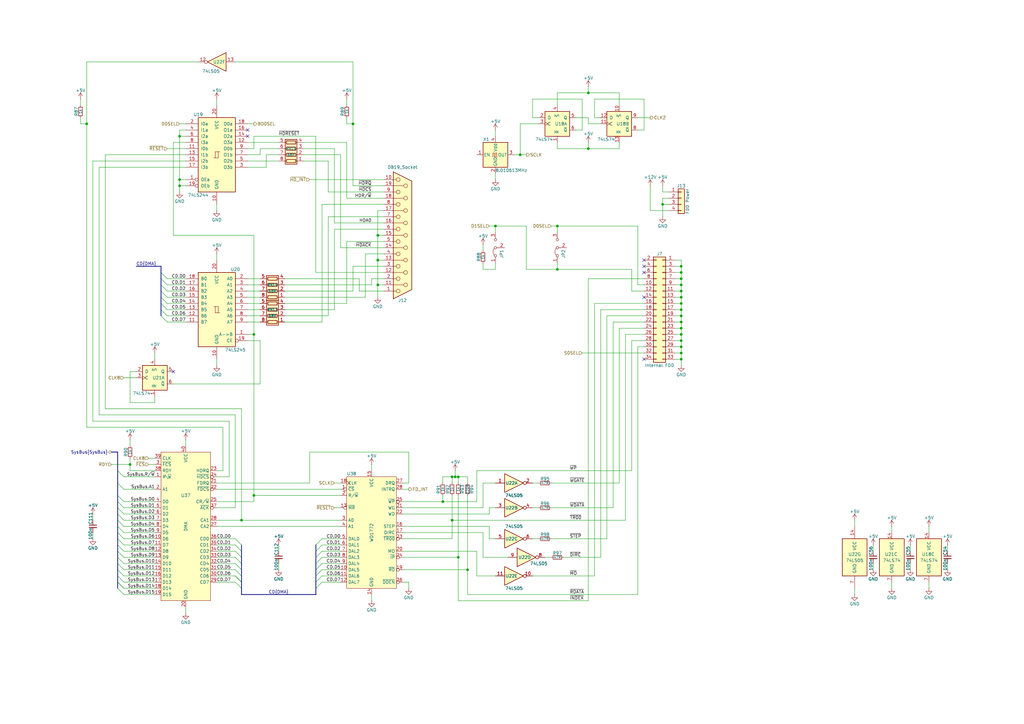
<source format=kicad_sch>
(kicad_sch (version 20250114) (generator "eeschema") (generator_version "9.0")
  (paper "A3")
  (junction (at 186.69 195.58))
  (junction (at 185.42 213.36))
  (junction (at 279.4 119.38))
  (junction (at 185.42 195.58))
  (junction (at 154.94 96.52))
  (junction (at 73.66 73.66))
  (junction (at 279.4 139.7))
  (junction (at 144.78 50.8))
  (junction (at 279.4 111.76))
  (junction (at 279.4 137.16))
  (junction (at 104.14 137.16))
  (junction (at 279.4 132.08))
  (junction (at 154.94 106.68))
  (junction (at 279.4 127))
  (junction (at 279.4 109.22))
  (junction (at 279.4 129.54))
  (junction (at 279.4 121.92))
  (junction (at 279.4 114.3))
  (junction (at 228.6 110.49))
  (junction (at 279.4 116.84))
  (junction (at 154.94 116.84))
  (junction (at 203.2 92.71))
  (junction (at 213.36 63.5))
  (junction (at 35.56 50.8))
  (junction (at 279.4 144.78))
  (junction (at 53.34 190.5))
  (junction (at 104.14 203.2))
  (junction (at 279.4 147.32))
  (junction (at 187.96 228.6))
  (junction (at 241.3 60.96))
  (junction (at 241.3 38.1))
  (junction (at 279.4 124.46))
  (junction (at 99.06 213.36))
  (junction (at 279.4 134.62))
  (junction (at 181.61 205.74))
  (junction (at 187.96 195.58))
  (junction (at 228.6 92.71))
  (junction (at 191.77 233.68))
  (junction (at 73.66 76.2))
  (junction (at 73.66 55.88))
  (junction (at 279.4 142.24))
  (junction (at 271.78 83.82))
  (no_connect (at 264.16 111.76))
  (no_connect (at 71.12 152.4))
  (no_connect (at 101.6 55.88))
  (no_connect (at 264.16 121.92))
  (no_connect (at 264.16 106.68))
  (no_connect (at 264.16 147.32))
  (no_connect (at 264.16 109.22))
  (no_connect (at 101.6 53.34))
  (bus_entry (at 48.26 236.22) (size 2.54 2.54))
  (bus_entry (at 66.04 111.76) (size 2.54 2.54))
  (bus_entry (at 48.26 241.3) (size 2.54 2.54))
  (bus_entry (at 96.52 223.52) (size 2.54 2.54))
  (bus_entry (at 48.26 210.82) (size 2.54 2.54))
  (bus_entry (at 48.26 205.74) (size 2.54 2.54))
  (bus_entry (at 48.26 198.12) (size 2.54 2.54))
  (bus_entry (at 48.26 238.76) (size 2.54 2.54))
  (bus_entry (at 48.26 238.76) (size 2.54 2.54))
  (bus_entry (at 48.26 213.36) (size 2.54 2.54))
  (bus_entry (at 129.54 231.14) (size 2.54 -2.54))
  (bus_entry (at 48.26 233.68) (size 2.54 2.54))
  (bus_entry (at 96.52 228.6) (size 2.54 2.54))
  (bus_entry (at 129.54 233.68) (size 2.54 -2.54))
  (bus_entry (at 48.26 193.04) (size 2.54 2.54))
  (bus_entry (at 48.26 228.6) (size 2.54 2.54))
  (bus_entry (at 48.26 208.28) (size 2.54 2.54))
  (bus_entry (at 129.54 226.06) (size 2.54 -2.54))
  (bus_entry (at 96.52 238.76) (size 2.54 2.54))
  (bus_entry (at 66.04 116.84) (size 2.54 2.54))
  (bus_entry (at 48.26 215.9) (size 2.54 2.54))
  (bus_entry (at 66.04 129.54) (size 2.54 2.54))
  (bus_entry (at 66.04 114.3) (size 2.54 2.54))
  (bus_entry (at 48.26 218.44) (size 2.54 2.54))
  (bus_entry (at 129.54 241.3) (size 2.54 -2.54))
  (bus_entry (at 66.04 124.46) (size 2.54 2.54))
  (bus_entry (at 48.26 220.98) (size 2.54 2.54))
  (bus_entry (at 96.52 236.22) (size 2.54 2.54))
  (bus_entry (at 96.52 220.98) (size 2.54 2.54))
  (bus_entry (at 48.26 223.52) (size 2.54 2.54))
  (bus_entry (at 96.52 233.68) (size 2.54 2.54))
  (bus_entry (at 66.04 121.92) (size 2.54 2.54))
  (bus_entry (at 66.04 119.38) (size 2.54 2.54))
  (bus_entry (at 96.52 226.06) (size 2.54 2.54))
  (bus_entry (at 96.52 236.22) (size 2.54 2.54))
  (bus_entry (at 48.26 203.2) (size 2.54 2.54))
  (bus_entry (at 129.54 236.22) (size 2.54 -2.54))
  (bus_entry (at 66.04 127) (size 2.54 2.54))
  (bus_entry (at 96.52 231.14) (size 2.54 2.54))
  (bus_entry (at 129.54 228.6) (size 2.54 -2.54))
  (bus_entry (at 129.54 223.52) (size 2.54 -2.54))
  (bus_entry (at 129.54 238.76) (size 2.54 -2.54))
  (bus_entry (at 48.26 226.06) (size 2.54 2.54))
  (bus_entry (at 48.26 231.14) (size 2.54 2.54))
  (wire (pts (xy 200.66 92.71) (xy 203.2 92.71)))
  (wire (pts (xy 226.06 92.71) (xy 228.6 92.71)))
  (wire (pts (xy 152.4 114.3) (xy 152.4 116.84)))
  (wire (pts (xy 165.1 220.98) (xy 185.42 220.98)))
  (wire (pts (xy 261.62 116.84) (xy 264.16 116.84)))
  (bus (pts (xy 99.06 233.68) (xy 99.06 231.14)))
  (wire (pts (xy 38.1 66.04) (xy 76.2 66.04)))
  (wire (pts (xy 68.58 129.54) (xy 76.2 129.54)))
  (wire (pts (xy 185.42 213.36) (xy 185.42 203.2)))
  (wire (pts (xy 76.2 55.88) (xy 73.66 55.88)))
  (wire (pts (xy 228.6 58.42) (xy 228.6 60.96)))
  (wire (pts (xy 50.8 233.68) (xy 63.5 233.68)))
  (wire (pts (xy 144.78 76.2) (xy 144.78 50.8)))
  (wire (pts (xy 218.44 220.98) (xy 220.98 220.98)))
  (wire (pts (xy 256.54 213.36) (xy 256.54 137.16)))
  (bus (pts (xy 48.26 208.28) (xy 48.26 210.82)))
  (wire (pts (xy 213.36 50.8) (xy 213.36 63.5)))
  (wire (pts (xy 142.24 40.64) (xy 142.24 43.18)))
  (wire (pts (xy 191.77 233.68) (xy 191.77 203.2)))
  (bus (pts (xy 48.26 215.9) (xy 48.26 218.44)))
  (wire (pts (xy 165.1 198.12) (xy 167.64 198.12)))
  (wire (pts (xy 218.44 198.12) (xy 220.98 198.12)))
  (wire (pts (xy 279.4 147.32) (xy 279.4 144.78)))
  (wire (pts (xy 73.66 53.34) (xy 73.66 55.88)))
  (wire (pts (xy 279.4 139.7) (xy 279.4 137.16)))
  (wire (pts (xy 132.08 220.98) (xy 139.7 220.98)))
  (wire (pts (xy 60.96 187.96) (xy 63.5 187.96)))
  (wire (pts (xy 165.1 215.9) (xy 200.66 215.9)))
  (wire (pts (xy 88.9 223.52) (xy 96.52 223.52)))
  (wire (pts (xy 76.2 63.5) (xy 43.18 63.5)))
  (wire (pts (xy 198.12 198.12) (xy 203.2 198.12)))
  (wire (pts (xy 35.56 25.4) (xy 35.56 50.8)))
  (wire (pts (xy 254 43.18) (xy 254 38.1)))
  (wire (pts (xy 50.8 231.14) (xy 63.5 231.14)))
  (wire (pts (xy 259.08 110.49) (xy 228.6 110.49)))
  (wire (pts (xy 137.16 93.98) (xy 157.48 93.98)))
  (wire (pts (xy 147.32 114.3) (xy 147.32 119.38)))
  (wire (pts (xy 68.58 119.38) (xy 76.2 119.38)))
  (wire (pts (xy 152.4 243.84) (xy 152.4 246.38)))
  (wire (pts (xy 271.78 83.82) (xy 274.32 83.82)))
  (wire (pts (xy 198.12 107.95) (xy 198.12 110.49)))
  (wire (pts (xy 88.9 195.58) (xy 93.98 195.58)))
  (wire (pts (xy 261.62 243.84) (xy 191.77 243.84)))
  (wire (pts (xy 200.66 210.82) (xy 165.1 210.82)))
  (wire (pts (xy 132.08 236.22) (xy 139.7 236.22)))
  (wire (pts (xy 106.68 139.7) (xy 106.68 157.48)))
  (wire (pts (xy 104.14 55.88) (xy 129.54 55.88)))
  (wire (pts (xy 68.58 132.08) (xy 76.2 132.08)))
  (bus (pts (xy 129.54 236.22) (xy 129.54 238.76)))
  (wire (pts (xy 157.48 114.3) (xy 152.4 114.3)))
  (wire (pts (xy 157.48 91.44) (xy 137.16 91.44)))
  (wire (pts (xy 264.16 142.24) (xy 261.62 142.24)))
  (wire (pts (xy 73.66 55.88) (xy 73.66 73.66)))
  (wire (pts (xy 96.52 170.18) (xy 96.52 208.28)))
  (wire (pts (xy 139.7 63.5) (xy 139.7 101.6)))
  (bus (pts (xy 66.04 124.46) (xy 66.04 127)))
  (wire (pts (xy 236.22 48.26) (xy 241.3 48.26)))
  (wire (pts (xy 76.2 73.66) (xy 73.66 73.66)))
  (wire (pts (xy 203.2 53.34) (xy 203.2 55.88)))
  (wire (pts (xy 185.42 220.98) (xy 185.42 213.36)))
  (wire (pts (xy 165.1 228.6) (xy 187.96 228.6)))
  (wire (pts (xy 256.54 137.16) (xy 264.16 137.16)))
  (wire (pts (xy 88.9 215.9) (xy 139.7 215.9)))
  (wire (pts (xy 60.96 190.5) (xy 63.5 190.5)))
  (wire (pts (xy 134.62 129.54) (xy 134.62 88.9)))
  (wire (pts (xy 88.9 104.14) (xy 88.9 106.68)))
  (wire (pts (xy 181.61 203.2) (xy 181.61 205.74)))
  (wire (pts (xy 101.6 119.38) (xy 106.68 119.38)))
  (wire (pts (xy 228.6 60.96) (xy 241.3 60.96)))
  (wire (pts (xy 226.06 198.12) (xy 254 198.12)))
  (wire (pts (xy 200.66 220.98) (xy 203.2 220.98)))
  (wire (pts (xy 167.64 238.76) (xy 165.1 238.76)))
  (bus (pts (xy 66.04 121.92) (xy 66.04 124.46)))
  (wire (pts (xy 50.8 218.44) (xy 63.5 218.44)))
  (wire (pts (xy 154.94 96.52) (xy 154.94 106.68)))
  (wire (pts (xy 68.58 121.92) (xy 76.2 121.92)))
  (wire (pts (xy 195.58 226.06) (xy 195.58 236.22)))
  (wire (pts (xy 101.6 116.84) (xy 106.68 116.84)))
  (wire (pts (xy 228.6 92.71) (xy 228.6 95.25)))
  (wire (pts (xy 165.1 226.06) (xy 195.58 226.06)))
  (wire (pts (xy 261.62 53.34) (xy 264.16 53.34)))
  (wire (pts (xy 238.76 53.34) (xy 238.76 40.64)))
  (wire (pts (xy 101.6 50.8) (xy 104.14 50.8)))
  (wire (pts (xy 101.6 139.7) (xy 106.68 139.7)))
  (wire (pts (xy 38.1 210.82) (xy 38.1 213.36)))
  (wire (pts (xy 259.08 110.49) (xy 259.08 119.38)))
  (wire (pts (xy 279.4 116.84) (xy 276.86 116.84)))
  (bus (pts (xy 99.06 228.6) (xy 99.06 226.06)))
  (wire (pts (xy 365.76 215.9) (xy 365.76 218.44)))
  (wire (pts (xy 88.9 147.32) (xy 88.9 149.86)))
  (wire (pts (xy 88.9 40.64) (xy 88.9 43.18)))
  (wire (pts (xy 198.12 208.28) (xy 198.12 198.12)))
  (wire (pts (xy 165.1 218.44) (xy 198.12 218.44)))
  (wire (pts (xy 63.5 193.04) (xy 53.34 193.04)))
  (bus (pts (xy 129.54 231.14) (xy 129.54 233.68)))
  (bus (pts (xy 48.26 231.14) (xy 48.26 233.68)))
  (wire (pts (xy 218.44 40.64) (xy 218.44 48.26)))
  (wire (pts (xy 279.4 137.16) (xy 276.86 137.16)))
  (wire (pts (xy 241.3 114.3) (xy 264.16 114.3)))
  (wire (pts (xy 266.7 86.36) (xy 274.32 86.36)))
  (bus (pts (xy 66.04 116.84) (xy 66.04 119.38)))
  (wire (pts (xy 228.6 43.18) (xy 228.6 38.1)))
  (wire (pts (xy 88.9 238.76) (xy 96.52 238.76)))
  (bus (pts (xy 48.26 220.98) (xy 48.26 223.52)))
  (bus (pts (xy 129.54 241.3) (xy 129.54 243.84)))
  (wire (pts (xy 279.4 127) (xy 279.4 124.46)))
  (wire (pts (xy 198.12 100.33) (xy 198.12 102.87)))
  (bus (pts (xy 99.06 243.84) (xy 99.06 241.3)))
  (wire (pts (xy 276.86 134.62) (xy 279.4 134.62)))
  (wire (pts (xy 373.38 231.14) (xy 373.38 233.68)))
  (wire (pts (xy 45.72 190.5) (xy 53.34 190.5)))
  (wire (pts (xy 157.48 106.68) (xy 154.94 106.68)))
  (wire (pts (xy 248.92 220.98) (xy 248.92 129.54)))
  (bus (pts (xy 129.54 233.68) (xy 129.54 236.22)))
  (wire (pts (xy 251.46 208.28) (xy 251.46 132.08)))
  (wire (pts (xy 93.98 172.72) (xy 38.1 172.72)))
  (wire (pts (xy 243.84 48.26) (xy 246.38 48.26)))
  (bus (pts (xy 48.26 205.74) (xy 48.26 208.28)))
  (wire (pts (xy 101.6 63.5) (xy 106.68 63.5)))
  (wire (pts (xy 91.44 175.26) (xy 91.44 193.04)))
  (wire (pts (xy 167.64 241.3) (xy 167.64 238.76)))
  (bus (pts (xy 129.54 228.6) (xy 129.54 231.14)))
  (wire (pts (xy 187.96 195.58) (xy 187.96 198.12)))
  (wire (pts (xy 104.14 203.2) (xy 104.14 205.74)))
  (wire (pts (xy 127 185.42) (xy 127 198.12)))
  (wire (pts (xy 50.8 215.9) (xy 63.5 215.9)))
  (wire (pts (xy 104.14 203.2) (xy 139.7 203.2)))
  (wire (pts (xy 276.86 129.54) (xy 279.4 129.54)))
  (bus (pts (xy 66.04 127) (xy 66.04 129.54)))
  (wire (pts (xy 198.12 110.49) (xy 203.2 110.49)))
  (wire (pts (xy 218.44 48.26) (xy 220.98 48.26)))
  (wire (pts (xy 99.06 213.36) (xy 139.7 213.36)))
  (wire (pts (xy 127 73.66) (xy 157.48 73.66)))
  (wire (pts (xy 88.9 193.04) (xy 91.44 193.04)))
  (wire (pts (xy 381 238.76) (xy 381 241.3)))
  (wire (pts (xy 271.78 81.28) (xy 274.32 81.28)))
  (bus (pts (xy 48.26 193.04) (xy 48.26 198.12)))
  (bus (pts (xy 66.04 109.22) (xy 66.04 111.76)))
  (bus (pts (xy 99.06 223.52) (xy 99.06 226.06)))
  (wire (pts (xy 71.12 96.52) (xy 71.12 58.42)))
  (wire (pts (xy 246.38 127) (xy 264.16 127)))
  (wire (pts (xy 134.62 66.04) (xy 134.62 78.74)))
  (wire (pts (xy 165.1 233.68) (xy 191.77 233.68)))
  (wire (pts (xy 142.24 99.06) (xy 142.24 124.46)))
  (wire (pts (xy 127 198.12) (xy 88.9 198.12)))
  (wire (pts (xy 38.1 218.44) (xy 38.1 220.98)))
  (wire (pts (xy 96.52 233.68) (xy 88.9 233.68)))
  (wire (pts (xy 101.6 132.08) (xy 106.68 132.08)))
  (wire (pts (xy 50.8 238.76) (xy 63.5 238.76)))
  (wire (pts (xy 50.8 195.58) (xy 63.5 195.58)))
  (wire (pts (xy 53.34 190.5) (xy 53.34 193.04)))
  (wire (pts (xy 101.6 127) (xy 106.68 127)))
  (wire (pts (xy 165.1 205.74) (xy 181.61 205.74)))
  (wire (pts (xy 157.48 111.76) (xy 129.54 111.76)))
  (wire (pts (xy 185.42 195.58) (xy 185.42 198.12)))
  (wire (pts (xy 101.6 124.46) (xy 106.68 124.46)))
  (wire (pts (xy 181.61 195.58) (xy 185.42 195.58)))
  (wire (pts (xy 276.86 109.22) (xy 279.4 109.22)))
  (wire (pts (xy 68.58 124.46) (xy 76.2 124.46)))
  (bus (pts (xy 48.26 213.36) (xy 48.26 215.9)))
  (wire (pts (xy 228.6 38.1) (xy 241.3 38.1)))
  (wire (pts (xy 154.94 86.36) (xy 154.94 96.52)))
  (wire (pts (xy 243.84 124.46) (xy 264.16 124.46)))
  (wire (pts (xy 165.1 200.66) (xy 167.64 200.66)))
  (wire (pts (xy 68.58 127) (xy 76.2 127)))
  (bus (pts (xy 48.26 228.6) (xy 48.26 231.14)))
  (wire (pts (xy 137.16 127) (xy 137.16 93.98)))
  (wire (pts (xy 254 58.42) (xy 254 60.96)))
  (bus (pts (xy 99.06 231.14) (xy 99.06 228.6)))
  (wire (pts (xy 101.6 68.58) (xy 109.22 68.58)))
  (bus (pts (xy 66.04 111.76) (xy 66.04 114.3)))
  (wire (pts (xy 137.16 208.28) (xy 139.7 208.28)))
  (wire (pts (xy 215.9 92.71) (xy 203.2 92.71)))
  (bus (pts (xy 48.26 185.42) (xy 48.26 193.04)))
  (wire (pts (xy 132.08 132.08) (xy 132.08 83.82)))
  (wire (pts (xy 50.8 236.22) (xy 63.5 236.22)))
  (wire (pts (xy 144.78 119.38) (xy 144.78 109.22)))
  (wire (pts (xy 40.64 170.18) (xy 40.64 68.58)))
  (wire (pts (xy 236.22 53.34) (xy 238.76 53.34)))
  (wire (pts (xy 200.66 208.28) (xy 200.66 210.82)))
  (wire (pts (xy 116.84 121.92) (xy 149.86 121.92)))
  (wire (pts (xy 246.38 228.6) (xy 246.38 127)))
  (wire (pts (xy 50.8 200.66) (xy 63.5 200.66)))
  (wire (pts (xy 358.14 223.52) (xy 358.14 226.06)))
  (wire (pts (xy 350.52 241.3) (xy 350.52 243.84)))
  (wire (pts (xy 195.58 193.04) (xy 259.08 193.04)))
  (wire (pts (xy 261.62 92.71) (xy 228.6 92.71)))
  (wire (pts (xy 241.3 38.1) (xy 241.3 35.56)))
  (wire (pts (xy 167.64 198.12) (xy 167.64 185.42)))
  (wire (pts (xy 198.12 228.6) (xy 208.28 228.6)))
  (wire (pts (xy 226.06 220.98) (xy 248.92 220.98)))
  (wire (pts (xy 33.02 48.26) (xy 33.02 50.8)))
  (wire (pts (xy 157.48 96.52) (xy 154.94 96.52)))
  (wire (pts (xy 266.7 76.2) (xy 266.7 86.36)))
  (wire (pts (xy 53.34 180.34) (xy 53.34 182.88)))
  (bus (pts (xy 48.26 203.2) (xy 48.26 205.74)))
  (wire (pts (xy 276.86 132.08) (xy 279.4 132.08)))
  (bus (pts (xy 48.26 185.42) (xy 45.72 185.42)))
  (wire (pts (xy 50.8 226.06) (xy 63.5 226.06)))
  (wire (pts (xy 99.06 167.64) (xy 99.06 213.36)))
  (wire (pts (xy 76.2 76.2) (xy 73.66 76.2)))
  (wire (pts (xy 132.08 83.82) (xy 157.48 83.82)))
  (wire (pts (xy 198.12 218.44) (xy 198.12 228.6)))
  (wire (pts (xy 203.2 71.12) (xy 203.2 73.66)))
  (wire (pts (xy 238.76 144.78) (xy 264.16 144.78)))
  (wire (pts (xy 200.66 208.28) (xy 203.2 208.28)))
  (wire (pts (xy 50.8 220.98) (xy 63.5 220.98)))
  (wire (pts (xy 152.4 190.5) (xy 152.4 193.04)))
  (wire (pts (xy 279.4 127) (xy 276.86 127)))
  (wire (pts (xy 279.4 132.08) (xy 279.4 129.54)))
  (wire (pts (xy 114.3 223.52) (xy 114.3 226.06)))
  (wire (pts (xy 106.68 60.96) (xy 114.3 60.96)))
  (wire (pts (xy 134.62 78.74) (xy 157.48 78.74)))
  (wire (pts (xy 210.82 63.5) (xy 213.36 63.5)))
  (bus (pts (xy 48.26 218.44) (xy 48.26 220.98)))
  (wire (pts (xy 157.48 99.06) (xy 142.24 99.06)))
  (wire (pts (xy 279.4 111.76) (xy 279.4 109.22)))
  (bus (pts (xy 48.26 226.06) (xy 48.26 228.6)))
  (wire (pts (xy 144.78 25.4) (xy 96.52 25.4)))
  (wire (pts (xy 226.06 208.28) (xy 251.46 208.28)))
  (wire (pts (xy 186.69 195.58) (xy 186.69 193.04)))
  (wire (pts (xy 73.66 73.66) (xy 73.66 76.2)))
  (wire (pts (xy 142.24 50.8) (xy 144.78 50.8)))
  (wire (pts (xy 279.4 134.62) (xy 279.4 132.08)))
  (wire (pts (xy 223.52 228.6) (xy 226.06 228.6)))
  (wire (pts (xy 76.2 53.34) (xy 73.66 53.34)))
  (wire (pts (xy 43.18 167.64) (xy 99.06 167.64)))
  (wire (pts (xy 137.16 198.12) (xy 139.7 198.12)))
  (wire (pts (xy 276.86 144.78) (xy 279.4 144.78)))
  (wire (pts (xy 88.9 220.98) (xy 96.52 220.98)))
  (wire (pts (xy 63.5 165.1) (xy 63.5 162.56)))
  (wire (pts (xy 73.66 76.2) (xy 73.66 78.74)))
  (wire (pts (xy 101.6 66.04) (xy 114.3 66.04)))
  (wire (pts (xy 142.24 124.46) (xy 116.84 124.46)))
  (bus (pts (xy 48.26 223.52) (xy 48.26 226.06)))
  (wire (pts (xy 218.44 208.28) (xy 220.98 208.28)))
  (bus (pts (xy 99.06 241.3) (xy 99.06 238.76)))
  (bus (pts (xy 129.54 238.76) (xy 129.54 241.3)))
  (bus (pts (xy 66.04 119.38) (xy 66.04 121.92)))
  (wire (pts (xy 50.8 228.6) (xy 63.5 228.6)))
  (wire (pts (xy 104.14 96.52) (xy 104.14 137.16)))
  (wire (pts (xy 276.86 111.76) (xy 279.4 111.76)))
  (wire (pts (xy 279.4 144.78) (xy 279.4 142.24)))
  (wire (pts (xy 279.4 114.3) (xy 279.4 111.76)))
  (bus (pts (xy 48.26 238.76) (xy 48.26 241.3)))
  (wire (pts (xy 203.2 110.49) (xy 203.2 107.95)))
  (wire (pts (xy 50.8 154.94) (xy 55.88 154.94)))
  (wire (pts (xy 88.9 226.06) (xy 96.52 226.06)))
  (wire (pts (xy 96.52 170.18) (xy 40.64 170.18)))
  (wire (pts (xy 43.18 63.5) (xy 43.18 167.64)))
  (wire (pts (xy 276.86 114.3) (xy 279.4 114.3)))
  (bus (pts (xy 99.06 238.76) (xy 99.06 236.22)))
  (wire (pts (xy 264.16 134.62) (xy 254 134.62)))
  (wire (pts (xy 254 134.62) (xy 254 198.12)))
  (wire (pts (xy 114.3 231.14) (xy 114.3 233.68)))
  (wire (pts (xy 238.76 40.64) (xy 218.44 40.64)))
  (wire (pts (xy 116.84 129.54) (xy 134.62 129.54)))
  (wire (pts (xy 228.6 107.95) (xy 228.6 110.49)))
  (wire (pts (xy 40.64 68.58) (xy 76.2 68.58)))
  (wire (pts (xy 243.84 236.22) (xy 243.84 124.46)))
  (wire (pts (xy 191.77 198.12) (xy 191.77 195.58)))
  (wire (pts (xy 187.96 246.38) (xy 241.3 246.38)))
  (wire (pts (xy 373.38 223.52) (xy 373.38 226.06)))
  (wire (pts (xy 149.86 104.14) (xy 157.48 104.14)))
  (wire (pts (xy 93.98 172.72) (xy 93.98 195.58)))
  (wire (pts (xy 124.46 60.96) (xy 137.16 60.96)))
  (wire (pts (xy 185.42 195.58) (xy 186.69 195.58)))
  (wire (pts (xy 71.12 157.48) (xy 106.68 157.48)))
  (wire (pts (xy 191.77 233.68) (xy 191.77 243.84)))
  (wire (pts (xy 88.9 208.28) (xy 96.52 208.28)))
  (wire (pts (xy 68.58 116.84) (xy 76.2 116.84)))
  (wire (pts (xy 154.94 116.84) (xy 157.48 116.84)))
  (wire (pts (xy 124.46 66.04) (xy 134.62 66.04)))
  (wire (pts (xy 241.3 48.26) (xy 241.3 50.8)))
  (wire (pts (xy 241.3 60.96) (xy 254 60.96)))
  (wire (pts (xy 63.5 144.78) (xy 63.5 147.32)))
  (wire (pts (xy 264.16 119.38) (xy 259.08 119.38)))
  (wire (pts (xy 101.6 60.96) (xy 104.14 60.96)))
  (wire (pts (xy 279.4 137.16) (xy 279.4 134.62)))
  (wire (pts (xy 53.34 187.96) (xy 53.34 190.5)))
  (wire (pts (xy 134.62 88.9) (xy 157.48 88.9)))
  (wire (pts (xy 254 38.1) (xy 241.3 38.1)))
  (wire (pts (xy 132.08 228.6) (xy 139.7 228.6)))
  (wire (pts (xy 50.8 243.84) (xy 63.5 243.84)))
  (wire (pts (xy 241.3 58.42) (xy 241.3 60.96)))
  (wire (pts (xy 213.36 63.5) (xy 215.9 63.5)))
  (wire (pts (xy 243.84 40.64) (xy 243.84 48.26)))
  (wire (pts (xy 101.6 58.42) (xy 114.3 58.42)))
  (wire (pts (xy 104.14 205.74) (xy 88.9 205.74)))
  (bus (pts (xy 99.06 233.68) (xy 99.06 236.22)))
  (wire (pts (xy 38.1 172.72) (xy 38.1 66.04)))
  (wire (pts (xy 101.6 121.92) (xy 106.68 121.92)))
  (wire (pts (xy 276.86 121.92) (xy 279.4 121.92)))
  (wire (pts (xy 104.14 137.16) (xy 104.14 203.2)))
  (wire (pts (xy 279.4 106.68) (xy 276.86 106.68)))
  (wire (pts (xy 381 215.9) (xy 381 218.44)))
  (wire (pts (xy 76.2 248.92) (xy 76.2 251.46)))
  (wire (pts (xy 68.58 114.3) (xy 76.2 114.3)))
  (bus (pts (xy 48.26 233.68) (xy 48.26 236.22)))
  (wire (pts (xy 279.4 119.38) (xy 279.4 116.84)))
  (wire (pts (xy 55.88 152.4) (xy 53.34 152.4)))
  (wire (pts (xy 144.78 50.8) (xy 144.78 25.4)))
  (wire (pts (xy 101.6 114.3) (xy 106.68 114.3)))
  (wire (pts (xy 271.78 76.2) (xy 271.78 78.74)))
  (wire (pts (xy 154.94 106.68) (xy 154.94 116.84)))
  (wire (pts (xy 109.22 63.5) (xy 114.3 63.5)))
  (bus (pts (xy 48.26 210.82) (xy 48.26 213.36)))
  (bus (pts (xy 66.04 109.22) (xy 55.88 109.22)))
  (wire (pts (xy 147.32 119.38) (xy 157.48 119.38)))
  (wire (pts (xy 167.64 185.42) (xy 127 185.42)))
  (wire (pts (xy 358.14 231.14) (xy 358.14 233.68)))
  (wire (pts (xy 276.86 119.38) (xy 279.4 119.38)))
  (wire (pts (xy 251.46 132.08) (xy 264.16 132.08)))
  (wire (pts (xy 157.48 81.28) (xy 142.24 81.28)))
  (bus (pts (xy 99.06 243.84) (xy 129.54 243.84)))
  (wire (pts (xy 165.1 208.28) (xy 198.12 208.28)))
  (wire (pts (xy 279.4 121.92) (xy 279.4 119.38)))
  (bus (pts (xy 129.54 223.52) (xy 129.54 226.06)))
  (wire (pts (xy 50.8 205.74) (xy 63.5 205.74)))
  (wire (pts (xy 139.7 101.6) (xy 157.48 101.6)))
  (wire (pts (xy 76.2 180.34) (xy 76.2 182.88)))
  (wire (pts (xy 279.4 142.24) (xy 279.4 139.7)))
  (wire (pts (xy 50.8 208.28) (xy 63.5 208.28)))
  (wire (pts (xy 104.14 137.16) (xy 101.6 137.16)))
  (wire (pts (xy 264.16 139.7) (xy 259.08 139.7)))
  (wire (pts (xy 71.12 96.52) (xy 104.14 96.52)))
  (wire (pts (xy 132.08 231.14) (xy 139.7 231.14)))
  (wire (pts (xy 68.58 60.96) (xy 76.2 60.96)))
  (wire (pts (xy 181.61 198.12) (xy 181.61 195.58)))
  (wire (pts (xy 264.16 53.34) (xy 264.16 40.64)))
  (wire (pts (xy 132.08 223.52) (xy 139.7 223.52)))
  (wire (pts (xy 241.3 246.38) (xy 241.3 114.3)))
  (wire (pts (xy 144.78 119.38) (xy 116.84 119.38)))
  (wire (pts (xy 50.8 241.3) (xy 63.5 241.3)))
  (wire (pts (xy 88.9 236.22) (xy 96.52 236.22)))
  (wire (pts (xy 279.4 129.54) (xy 279.4 127)))
  (wire (pts (xy 50.8 223.52) (xy 63.5 223.52)))
  (wire (pts (xy 88.9 213.36) (xy 99.06 213.36)))
  (wire (pts (xy 187.96 228.6) (xy 187.96 203.2)))
  (wire (pts (xy 248.92 129.54) (xy 264.16 129.54)))
  (wire (pts (xy 109.22 68.58) (xy 109.22 63.5)))
  (wire (pts (xy 50.8 213.36) (xy 63.5 213.36)))
  (wire (pts (xy 116.84 127) (xy 137.16 127)))
  (bus (pts (xy 66.04 114.3) (xy 66.04 116.84)))
  (wire (pts (xy 203.2 92.71) (xy 203.2 95.25)))
  (wire (pts (xy 195.58 205.74) (xy 195.58 193.04)))
  (wire (pts (xy 388.62 223.52) (xy 388.62 226.06)))
  (wire (pts (xy 271.78 88.9) (xy 271.78 83.82)))
  (wire (pts (xy 279.4 124.46) (xy 279.4 121.92)))
  (wire (pts (xy 142.24 48.26) (xy 142.24 50.8)))
  (wire (pts (xy 88.9 231.14) (xy 96.52 231.14)))
  (wire (pts (xy 261.62 48.26) (xy 266.7 48.26)))
  (wire (pts (xy 191.77 195.58) (xy 187.96 195.58)))
  (wire (pts (xy 35.56 175.26) (xy 91.44 175.26)))
  (wire (pts (xy 388.62 231.14) (xy 388.62 233.68)))
  (wire (pts (xy 88.9 200.66) (xy 139.7 200.66)))
  (wire (pts (xy 259.08 139.7) (xy 259.08 193.04)))
  (wire (pts (xy 116.84 132.08) (xy 132.08 132.08)))
  (wire (pts (xy 154.94 121.92) (xy 154.94 116.84)))
  (wire (pts (xy 35.56 50.8) (xy 35.56 175.26)))
  (wire (pts (xy 228.6 110.49) (xy 215.9 110.49)))
  (wire (pts (xy 104.14 60.96) (xy 104.14 55.88)))
  (bus (pts (xy 48.26 198.12) (xy 48.26 203.2)))
  (wire (pts (xy 157.48 86.36) (xy 154.94 86.36)))
  (wire (pts (xy 276.86 147.32) (xy 279.4 147.32)))
  (wire (pts (xy 132.08 226.06) (xy 139.7 226.06)))
  (wire (pts (xy 276.86 124.46) (xy 279.4 124.46)))
  (wire (pts (xy 271.78 83.82) (xy 271.78 81.28)))
  (wire (pts (xy 142.24 58.42) (xy 124.46 58.42)))
  (wire (pts (xy 53.34 152.4) (xy 53.34 165.1)))
  (bus (pts (xy 129.54 226.06) (xy 129.54 228.6)))
  (wire (pts (xy 106.68 63.5) (xy 106.68 60.96)))
  (wire (pts (xy 200.66 215.9) (xy 200.66 220.98)))
  (wire (pts (xy 33.02 50.8) (xy 35.56 50.8)))
  (wire (pts (xy 132.08 233.68) (xy 139.7 233.68)))
  (bus (pts (xy 48.26 236.22) (xy 48.26 238.76)))
  (wire (pts (xy 187.96 228.6) (xy 187.96 246.38)))
  (wire (pts (xy 261.62 142.24) (xy 261.62 243.84)))
  (wire (pts (xy 279.4 109.22) (xy 279.4 106.68)))
  (wire (pts (xy 157.48 76.2) (xy 144.78 76.2)))
  (wire (pts (xy 264.16 40.64) (xy 243.84 40.64)))
  (wire (pts (xy 365.76 238.76) (xy 365.76 241.3)))
  (wire (pts (xy 53.34 165.1) (xy 63.5 165.1)))
  (wire (pts (xy 101.6 129.54) (xy 106.68 129.54)))
  (wire (pts (xy 137.16 60.96) (xy 137.16 91.44)))
  (wire (pts (xy 181.61 205.74) (xy 195.58 205.74)))
  (wire (pts (xy 88.9 228.6) (xy 96.52 228.6)))
  (wire (pts (xy 271.78 78.74) (xy 274.32 78.74)))
  (wire (pts (xy 218.44 236.22) (xy 243.84 236.22)))
  (wire (pts (xy 220.98 50.8) (xy 213.36 50.8)))
  (wire (pts (xy 279.4 149.86) (xy 279.4 147.32)))
  (wire (pts (xy 276.86 139.7) (xy 279.4 139.7)))
  (wire (pts (xy 71.12 58.42) (xy 76.2 58.42)))
  (wire (pts (xy 50.8 210.82) (xy 63.5 210.82)))
  (wire (pts (xy 279.4 116.84) (xy 279.4 114.3)))
  (wire (pts (xy 88.9 83.82) (xy 88.9 86.36)))
  (wire (pts (xy 350.52 213.36) (xy 350.52 215.9)))
  (wire (pts (xy 152.4 116.84) (xy 116.84 116.84)))
  (wire (pts (xy 124.46 63.5) (xy 139.7 63.5)))
  (wire (pts (xy 81.28 25.4) (xy 35.56 25.4)))
  (wire (pts (xy 276.86 142.24) (xy 279.4 142.24)))
  (wire (pts (xy 231.14 228.6) (xy 246.38 228.6)))
  (wire (pts (xy 73.66 50.8) (xy 76.2 50.8)))
  (wire (pts (xy 129.54 55.88) (xy 129.54 111.76)))
  (wire (pts (xy 241.3 50.8) (xy 246.38 50.8)))
  (wire (pts (xy 261.62 92.71) (xy 261.62 116.84)))
  (wire (pts (xy 187.96 195.58) (xy 186.69 195.58)))
  (wire (pts (xy 149.86 121.92) (xy 149.86 104.14)))
  (wire (pts (xy 215.9 110.49) (xy 215.9 92.71)))
  (wire (pts (xy 116.84 114.3) (xy 147.32 114.3)))
  (wire (pts (xy 185.42 213.36) (xy 256.54 213.36)))
  (wire (pts (xy 132.08 238.76) (xy 139.7 238.76)))
  (wire (pts (xy 144.78 109.22) (xy 157.48 109.22)))
  (wire (pts (xy 142.24 58.42) (xy 142.24 81.28)))
  (wire (pts (xy 33.02 40.64) (xy 33.02 43.18)))
  (wire (pts (xy 195.58 236.22) (xy 203.2 236.22)))
  (label "SysBus.D13" (at 63.5 238.76 180))
  (label "SysBus.D10" (at 63.5 231.14 180))
  (label "CD.D0" (at 139.7 220.98 180))
  (label "CD.D0" (at 88.9 220.98 0))
  (label "CD.D7" (at 76.2 132.08 180))
  (label "CD.D1" (at 139.7 223.52 180))
  (label "~{WP}" (at 233.68 193.04 0))
  (label "CD.D7" (at 88.9 238.76 0))
  (label "CD.D1" (at 76.2 116.84 180))
  (label "SysBus.A1" (at 63.5 200.66 180))
  (label "~{DIRC}" (at 233.68 228.6 0))
  (label "~{HDRQ}" (at 152.4 76.2 180))
  (label "~{INDEX}" (at 233.68 246.38 0))
  (label "HDR/~{W}" (at 152.4 81.28 180))
  (label "CD.D3" (at 88.9 228.6 0))
  (label "CD.D4" (at 139.7 231.14 180))
  (label "SysBus.R{slash}~{W}" (at 63.5 195.58 180))
  (label "SysBus.D1" (at 63.5 208.28 180))
  (label "SysBus.D6" (at 63.5 220.98 180))
  (label "HDA0" (at 152.4 91.44 180))
  (label "CD.D6" (at 139.7 236.22 180))
  (label "CD.D2" (at 88.9 226.06 0))
  (label "CD.D5" (at 139.7 233.68 180))
  (label "~{MO}" (at 233.68 236.22 0))
  (label "SysBus.D3" (at 63.5 213.36 180))
  (label "SysBus.D7" (at 63.5 223.52 180))
  (label "~{WDATA}" (at 233.68 208.28 0))
  (label "SysBus.D4" (at 63.5 215.9 180))
  (label "SysBus.D8" (at 63.5 226.06 180))
  (label "CD.D3" (at 76.2 121.92 180))
  (label "CD.D4" (at 76.2 124.46 180))
  (label "CD.D1" (at 88.9 223.52 0))
  (label "CD.D2" (at 139.7 226.06 180))
  (label "SysBus.D14" (at 63.5 241.3 180))
  (label "~{HDACK}" (at 152.4 101.6 180))
  (label "CD.D3" (at 139.7 228.6 180))
  (label "CD.D0" (at 76.2 114.3 180))
  (label "SysBus.D11" (at 63.5 233.68 180))
  (label "~{WGATE}" (at 233.68 198.12 0))
  (label "CD.D7" (at 139.7 238.76 180))
  (label "CD{DMA}" (at 114.3 243.84 0))
  (label "SysBus.D12" (at 63.5 236.22 180))
  (label "SysBus.D5" (at 63.5 218.44 180))
  (label "SysBus.D15" (at 63.5 243.84 180))
  (label "~{RDATA}" (at 233.68 243.84 0))
  (label "~{STEP}" (at 233.68 220.98 0))
  (label "SysBus.D2" (at 63.5 210.82 180))
  (label "CD.D6" (at 88.9 236.22 0))
  (label "CD.D2" (at 76.2 119.38 180))
  (label "CD.D5" (at 76.2 127 180))
  (label "SysBus.D0" (at 63.5 205.74 180))
  (label "CD{DMA}" (at 55.88 109.22 0))
  (label "~{HDRESET}" (at 114.3 55.88 0))
  (label "~{TR00}" (at 233.68 213.36 0))
  (label "~{HDCS}" (at 152.4 78.74 180))
  (label "SysBus.D9" (at 63.5 228.6 180))
  (label "CD.D6" (at 76.2 129.54 180))
  (label "CD.D4" (at 88.9 231.14 0))
  (label "CD.D5" (at 88.9 233.68 0))
  (hierarchical_label "~{RESET}" (shape input) (at 68.58 60.96 180))
  (hierarchical_label "D1SEL" (shape input) (at 200.66 92.71 180))
  (hierarchical_label "~{HD_INT}" (shape input) (at 127 73.66 180))
  (hierarchical_label "BD0SEL" (shape output) (at 104.14 50.8 0))
  (hierarchical_label "~{RESET}" (shape input) (at 137.16 208.28 180))
  (hierarchical_label "CLK8" (shape input) (at 50.8 154.94 180))
  (hierarchical_label "RDY" (shape input) (at 45.72 190.5 180))
  (hierarchical_label "FD_INT" (shape output) (at 167.64 200.66 0))
  (hierarchical_label "SCLK" (shape output) (at 215.9 63.5 0))
  (hierarchical_label "D0SEL" (shape input) (at 226.06 92.71 180))
  (hierarchical_label "CLK2" (shape output) (at 266.7 48.26 0))
  (hierarchical_label "CLK8" (shape input) (at 60.96 187.96 180))
  (hierarchical_label "SysBus{SysBus}" (shape bidirectional) (at 45.72 185.42 180))
  (hierarchical_label "~{FCS}" (shape input) (at 60.96 190.5 180))
  (hierarchical_label "D0SEL" (shape input) (at 73.66 50.8 180))
  (hierarchical_label "S0SEL" (shape input) (at 238.76 144.78 180))
  (hierarchical_label "SCLK" (shape input) (at 137.16 198.12 180))
  (symbol (lib_id "DX-MON:TXC-8W") (at 203.2 63.5 0) (unit 1)
    (property "Reference" "X1" (at 198.12 57.15 0) (effects (justify left)))
    (property "Value" "8.010613MHz" (at 203.2 69.85 0) (effects (justify left)))
    (property "Footprint" "rhais_osc:SMD2520" (effects (hide yes)))
    (property "Datasheet" "http://www.txccorp.com/download/products/osc/8W_o.pdf" (effects (hide yes)))
    (property "Description" "CMOS SMD Crystal Clock Oscillator, TXC" (effects (hide yes)))
    (property "MFR" "TXC" (effects (hide yes)))
  )
  (symbol (lib_id "Device:R_Small") (at 53.34 185.42 0) (unit 1)
    (property "Reference" "R90" (at 52.324 185.42 90) (effects (justify bottom)))
    (property "Value" "1k" (at 53.34 185.42 90) (effects (font (size 1.016 1.016))))
    (property "Footprint" "rhais_rcl:R0603" (effects (hide yes)))
    (property "Description" "Resistor, small symbol" (effects (hide yes)))
  )
  (symbol (lib_id "Jumper:Jumper_3_Bridged12") (at 203.2 101.6 90) (unit 1) (in_bom no)
    (property "Reference" "JP1" (at 205.74 104.14 0))
    (property "Value" "Jumper_3_Bridged12" (effects (hide yes)))
    (property "Description" "Jumper, 3-pole, pins 1+2 closed/bridged" (effects (hide yes)))
  )
  (symbol (lib_id "Device:C_Small") (at 373.38 228.6 0) (unit 1)
    (property "Reference" "C55" (at 373.126 227.838 90) (effects (justify left bottom)))
    (property "Value" "100n" (at 373.126 229.108 90) (effects (justify right bottom)))
    (property "Footprint" "rhais_rcl:C0603" (effects (hide yes)))
    (property "Description" "Unpolarized capacitor, small symbol" (effects (hide yes)))
  )
  (symbol (lib_id "74xx:74LS74") (at 365.76 228.6 0) (unit 3)
    (property "Reference" "U21" (at 365.506 227.33 0))
    (property "Value" "74LS74" (at 365.76 229.87 0))
    (property "Datasheet" "74xx/74hc_hct74.pdf" (effects (hide yes)))
    (property "Description" "Dual D Flip-flop, Set & Reset" (effects (hide yes)))
  )
  (symbol (lib_id "Device:R_Small") (at 198.12 105.41 0) (unit 1)
    (property "Reference" "R88" (at 197.104 105.41 90) (effects (justify bottom)))
    (property "Value" "1k" (at 198.12 105.41 90) (effects (font (size 1.016 1.016))))
    (property "Footprint" "rhais_rcl:R0603" (effects (hide yes)))
    (property "Description" "Resistor, small symbol" (effects (hide yes)))
  )
  (symbol (lib_id "Device:R_Small") (at 223.52 198.12 270) (unit 1)
    (property "Reference" "R95" (at 223.52 197.104 90) (effects (justify bottom)))
    (property "Value" "47R" (at 223.52 198.12 90) (effects (font (size 1.016 1.016))))
    (property "Footprint" "rhais_rcl:R0603" (effects (hide yes)))
    (property "Description" "Resistor, small symbol" (effects (hide yes)))
  )
  (symbol (lib_id "power:+5V") (at 88.9 40.64 0) (unit 1)
    (property "Reference" "#PWR119" (effects (hide yes)))
    (property "Value" "+5V" (at 88.9 37.084 0))
    (property "Description" "Power symbol creates a global label with name \"+5V\"" (effects (hide yes)))
  )
  (symbol (lib_id "74xx:74LS06") (at 210.82 208.28 0) (unit 2)
    (property "Reference" "U22" (at 209.804 208.28 0))
    (property "Value" "74LS05" (at 210.82 203.2 0))
    (property "Footprint" "rhais_package-smd:SO-14_3.9x8.65mm_P1.27mm" (effects (hide yes)))
    (property "Datasheet" "https://www.ti.com/lit/ds/symlink/sn74hc05.pdf" (effects (hide yes)))
    (property "Description" "Inverter Open Collect" (effects (hide yes)))
    (property "MFR" "TI" (effects (hide yes)))
    (property "MPN" "SN74HC05DR" (effects (hide yes)))
    (property "OC_FARNELL" "3120437" (effects (hide yes)))
  )
  (symbol (lib_id "power:+5V") (at 381 215.9 0) (unit 1)
    (property "Reference" "#PWR111" (effects (hide yes)))
    (property "Value" "+5V" (at 381 212.344 0))
    (property "Description" "Power symbol creates a global label with name \"+5V\"" (effects (hide yes)))
  )
  (symbol (lib_id "74xx:74LS244") (at 88.9 63.5 0) (unit 1)
    (property "Reference" "U19" (at 81.28 46.99 0))
    (property "Value" "74LS244" (at 81.28 80.01 0))
    (property "Datasheet" "http://www.ti.com/lit/ds/symlink/sn74ls244.pdf" (effects (hide yes)))
    (property "Description" "Octal Buffer and Line Driver With 3-State Output, active-low enables, non-inverting outputs" (effects (hide yes)))
  )
  (symbol (lib_id "power:+5V") (at 142.24 40.64 0) (unit 1)
    (property "Reference" "#PWR0239" (effects (hide yes)))
    (property "Value" "+5V" (at 142.24 37.084 0))
    (property "Description" "Power symbol creates a global label with name \"+5V\"" (effects (hide yes)))
  )
  (symbol (lib_id "power:+5V") (at 88.9 104.14 0) (unit 1)
    (property "Reference" "#PWR120" (effects (hide yes)))
    (property "Value" "+5V" (at 88.9 100.584 0))
    (property "Description" "Power symbol creates a global label with name \"+5V\"" (effects (hide yes)))
  )
  (symbol (lib_id "power:+5V") (at 388.62 223.52 0) (unit 1)
    (property "Reference" "#PWR109" (effects (hide yes)))
    (property "Value" "+5V" (at 388.62 219.964 0))
    (property "Description" "Power symbol creates a global label with name \"+5V\"" (effects (hide yes)))
  )
  (symbol (lib_id "74xx:74LS245") (at 88.9 127 0) (mirror y) (unit 1)
    (property "Reference" "U20" (at 96.52 110.49 0))
    (property "Value" "74LS245" (at 96.52 143.51 0))
    (property "Datasheet" "http://www.ti.com/lit/gpn/sn74LS245" (effects (hide yes)))
    (property "Description" "Octal BUS Transceivers, 3-State outputs" (effects (hide yes)))
  )
  (symbol (lib_id "power:+5V") (at 350.52 213.36 0) (unit 1)
    (property "Reference" "#PWR130" (effects (hide yes)))
    (property "Value" "+5V" (at 350.52 209.804 0))
    (property "Description" "Power symbol creates a global label with name \"+5V\"" (effects (hide yes)))
  )
  (symbol (lib_id "Device:C_Small") (at 358.14 228.6 0) (unit 1)
    (property "Reference" "C56" (at 357.886 227.838 90) (effects (justify left bottom)))
    (property "Value" "100n" (at 357.886 229.108 90) (effects (justify right bottom)))
    (property "Footprint" "rhais_rcl:C0603" (effects (hide yes)))
    (property "Description" "Unpolarized capacitor, small symbol" (effects (hide yes)))
  )
  (symbol (lib_id "Device:R_Small") (at 181.61 200.66 0) (unit 1)
    (property "Reference" "R91" (at 180.594 200.66 90) (effects (justify bottom)))
    (property "Value" "1k" (at 181.61 200.66 90) (effects (font (size 1.016 1.016))))
    (property "Footprint" "rhais_rcl:R0603" (effects (hide yes)))
    (property "Description" "Resistor, small symbol" (effects (hide yes)))
  )
  (symbol (lib_id "Device:R_Small") (at 142.24 45.72 0) (unit 1)
    (property "Reference" "R89" (at 141.224 45.72 90) (effects (justify bottom)))
    (property "Value" "1k" (at 142.24 45.72 90) (effects (font (size 1.016 1.016))))
    (property "Footprint" "rhais_rcl:R0603" (effects (hide yes)))
    (property "Description" "Resistor, small symbol" (effects (hide yes)))
  )
  (symbol (lib_id "power:+5V") (at 38.1 210.82 0) (unit 1)
    (property "Reference" "#PWR0234" (effects (hide yes)))
    (property "Value" "+5V" (at 38.1 207.264 0))
    (property "Description" "Power symbol creates a global label with name \"+5V\"" (effects (hide yes)))
  )
  (symbol (lib_id "Device:R_Small") (at 33.02 45.72 0) (unit 1)
    (property "Reference" "R87" (at 32.004 45.72 90) (effects (justify bottom)))
    (property "Value" "1k" (at 33.02 45.72 90) (effects (font (size 1.016 1.016))))
    (property "Footprint" "rhais_rcl:R0603" (effects (hide yes)))
    (property "Description" "Resistor, small symbol" (effects (hide yes)))
  )
  (symbol (lib_id "power:GND") (at 38.1 220.98 0) (unit 1)
    (property "Reference" "#PWR0235" (effects (hide yes)))
    (property "Value" "GND" (at 38.1 224.79 0))
    (property "Description" "Power symbol creates a global label with name \"GND\" , ground" (effects (hide yes)))
  )
  (symbol (lib_id "power:GND") (at 152.4 246.38 0) (unit 1)
    (property "Reference" "#PWR0233" (effects (hide yes)))
    (property "Value" "GND" (at 152.4 250.19 0))
    (property "Description" "Power symbol creates a global label with name \"GND\" , ground" (effects (hide yes)))
  )
  (symbol (lib_id "power:+5V") (at 241.3 58.42 0) (unit 1)
    (property "Reference" "#PWR116" (effects (hide yes)))
    (property "Value" "+5V" (at 241.3 54.864 0))
    (property "Description" "Power symbol creates a global label with name \"+5V\"" (effects (hide yes)))
  )
  (symbol (lib_id "Device:C_Small") (at 114.3 228.6 0) (unit 1)
    (property "Reference" "C112" (at 114.046 227.838 90) (effects (justify left bottom)))
    (property "Value" "100n" (at 114.046 229.108 90) (effects (justify right bottom)))
    (property "Footprint" "rhais_rcl:C0603" (effects (hide yes)))
    (property "Description" "Unpolarized capacitor, small symbol" (effects (hide yes)))
  )
  (symbol (lib_id "power:+5V") (at 358.14 223.52 0) (unit 1)
    (property "Reference" "#PWR128" (effects (hide yes)))
    (property "Value" "+5V" (at 358.14 219.964 0))
    (property "Description" "Power symbol creates a global label with name \"+5V\"" (effects (hide yes)))
  )
  (symbol (lib_id "power:+12V") (at 266.7 76.2 0) (unit 1)
    (property "Reference" "#PWR0230" (effects (hide yes)))
    (property "Value" "+12V" (at 266.7 72.644 0))
    (property "Description" "Power symbol creates a global label with name \"+12V\"" (effects (hide yes)))
  )
  (symbol (lib_id "Device:R_Small") (at 185.42 200.66 0) (unit 1)
    (property "Reference" "R92" (at 184.404 200.66 90) (effects (justify bottom)))
    (property "Value" "1k" (at 185.42 200.66 90) (effects (font (size 1.016 1.016))))
    (property "Footprint" "rhais_rcl:R0603" (effects (hide yes)))
    (property "Description" "Resistor, small symbol" (effects (hide yes)))
  )
  (symbol (lib_id "power:+5V") (at 76.2 180.34 0) (unit 1)
    (property "Reference" "#PWR0225" (effects (hide yes)))
    (property "Value" "+5V" (at 76.2 176.784 0))
    (property "Description" "Power symbol creates a global label with name \"+5V\"" (effects (hide yes)))
  )
  (symbol (lib_id "Device:C_Small") (at 38.1 215.9 0) (unit 1)
    (property "Reference" "C111" (at 37.846 215.138 90) (effects (justify left bottom)))
    (property "Value" "100n" (at 37.846 216.408 90) (effects (justify right bottom)))
    (property "Footprint" "rhais_rcl:C0603" (effects (hide yes)))
    (property "Description" "Unpolarized capacitor, small symbol" (effects (hide yes)))
  )
  (symbol (lib_id "74xx:74LS06") (at 210.82 236.22 0) (unit 5)
    (property "Reference" "U22" (at 209.804 236.22 0))
    (property "Value" "74LS05" (at 210.82 241.3 0))
    (property "Footprint" "rhais_package-smd:SO-14_3.9x8.65mm_P1.27mm" (effects (hide yes)))
    (property "Datasheet" "https://www.ti.com/lit/ds/symlink/sn74hc05.pdf" (effects (hide yes)))
    (property "Description" "Inverter Open Collect" (effects (hide yes)))
    (property "MFR" "TI" (effects (hide yes)))
    (property "MPN" "SN74HC05DR" (effects (hide yes)))
    (property "OC_FARNELL" "3120437" (effects (hide yes)))
  )
  (symbol (lib_id "power:+5V") (at 152.4 190.5 0) (unit 1)
    (property "Reference" "#PWR0232" (effects (hide yes)))
    (property "Value" "+5V" (at 152.4 186.944 0))
    (property "Description" "Power symbol creates a global label with name \"+5V\"" (effects (hide yes)))
  )
  (symbol (lib_id "power:GND") (at 88.9 86.36 0) (unit 1)
    (property "Reference" "#PWR0117" (effects (hide yes)))
    (property "Value" "GND" (at 88.9 90.17 0))
    (property "Description" "Power symbol creates a global label with name \"GND\" , ground" (effects (hide yes)))
  )
  (symbol (lib_id "Device:R_Pack04") (at 119.38 60.96 90) (unit 1)
    (property "Reference" "RN15" (at 119.38 60.96 90) (effects (font (size 1.016 1.016))))
    (property "Value" "68R" (at 119.38 63.5 90) (effects (font (size 1.016 1.016))))
    (property "Footprint" "rhais_rcl:R0603_Array_Concave_4" (effects (hide yes)))
    (property "Description" "4 resistor network, parallel topology" (effects (hide yes)))
  )
  (symbol (lib_id "power:+5V") (at 63.5 144.78 0) (unit 1)
    (property "Reference" "#PWR126" (effects (hide yes)))
    (property "Value" "+5V" (at 63.5 141.224 0))
    (property "Description" "Power symbol creates a global label with name \"+5V\"" (effects (hide yes)))
  )
  (symbol (lib_id "Device:R_Pack04") (at 111.76 127 90) (unit 1)
    (property "Reference" "RN13" (at 111.76 127 90) (effects (font (size 1.016 1.016))))
    (property "Value" "68R" (at 111.76 129.54 90) (effects (font (size 1.016 1.016))))
    (property "Footprint" "rhais_rcl:R0603_Array_Concave_4" (effects (hide yes)))
    (property "Description" "4 resistor network, parallel topology" (effects (hide yes)))
  )
  (symbol (lib_id "dragonSTe:DB19_Socket") (at 165.1 96.52 0) (mirror x) (unit 1)
    (property "Reference" "J12" (at 165.1 123.19 0))
    (property "Value" "DB19_Socket" (at 165.1 68.58 0))
    (property "Description" "19-pin D-SUB connector, socket (female)" (effects (hide yes)))
  )
  (symbol (lib_id "74xx:74LS74") (at 63.5 154.94 0) (unit 1)
    (property "Reference" "U21" (at 67.564 154.94 0) (effects (justify right)))
    (property "Value" "74LS74" (at 61.722 161.29 0) (effects (justify right)))
    (property "Datasheet" "74xx/74hc_hct74.pdf" (effects (hide yes)))
    (property "Description" "Dual D Flip-flop, Set & Reset" (effects (hide yes)))
  )
  (symbol (lib_id "74xx:74LS06") (at 210.82 220.98 0) (unit 3)
    (property "Reference" "U22" (at 209.804 220.98 0))
    (property "Value" "74LS05" (at 210.82 215.9 0))
    (property "Footprint" "rhais_package-smd:SO-14_3.9x8.65mm_P1.27mm" (effects (hide yes)))
    (property "Datasheet" "https://www.ti.com/lit/ds/symlink/sn74hc05.pdf" (effects (hide yes)))
    (property "Description" "Inverter Open Collect" (effects (hide yes)))
    (property "MFR" "TI" (effects (hide yes)))
    (property "MPN" "SN74HC05DR" (effects (hide yes)))
    (property "OC_FARNELL" "3120437" (effects (hide yes)))
  )
  (symbol (lib_id "Device:R_Small") (at 223.52 208.28 270) (unit 1)
    (property "Reference" "R96" (at 223.52 207.264 90) (effects (justify bottom)))
    (property "Value" "47R" (at 223.52 208.28 90) (effects (font (size 1.016 1.016))))
    (property "Footprint" "rhais_rcl:R0603" (effects (hide yes)))
    (property "Description" "Resistor, small symbol" (effects (hide yes)))
  )
  (symbol (lib_id "power:+5V") (at 271.78 76.2 0) (unit 1)
    (property "Reference" "#PWR0229" (effects (hide yes)))
    (property "Value" "+5V" (at 271.78 72.644 0))
    (property "Description" "Power symbol creates a global label with name \"+5V\"" (effects (hide yes)))
  )
  (symbol (lib_id "power:+5V") (at 198.12 100.33 0) (unit 1)
    (property "Reference" "#PWR0228" (effects (hide yes)))
    (property "Value" "+5V" (at 198.12 96.774 0))
    (property "Description" "Power symbol creates a global label with name \"+5V\"" (effects (hide yes)))
  )
  (symbol (lib_id "power:+5V") (at 241.3 35.56 0) (unit 1)
    (property "Reference" "#PWR115" (effects (hide yes)))
    (property "Value" "+5V" (at 241.3 32.004 0))
    (property "Description" "Power symbol creates a global label with name \"+5V\"" (effects (hide yes)))
  )
  (symbol (lib_id "power:GND") (at 350.52 243.84 0) (unit 1)
    (property "Reference" "#PWR0131" (effects (hide yes)))
    (property "Value" "GND" (at 350.52 247.65 0))
    (property "Description" "Power symbol creates a global label with name \"GND\" , ground" (effects (hide yes)))
  )
  (symbol (lib_id "Device:R_Small") (at 223.52 220.98 270) (unit 1)
    (property "Reference" "R98" (at 223.52 219.964 90) (effects (justify bottom)))
    (property "Value" "47R" (at 223.52 220.98 90) (effects (font (size 1.016 1.016))))
    (property "Footprint" "rhais_rcl:R0603" (effects (hide yes)))
    (property "Description" "Resistor, small symbol" (effects (hide yes)))
  )
  (symbol (lib_id "Device:C_Small") (at 388.62 228.6 0) (unit 1)
    (property "Reference" "C54" (at 388.366 227.838 90) (effects (justify left bottom)))
    (property "Value" "100n" (at 388.366 229.108 90) (effects (justify right bottom)))
    (property "Footprint" "rhais_rcl:C0603" (effects (hide yes)))
    (property "Description" "Unpolarized capacitor, small symbol" (effects (hide yes)))
  )
  (symbol (lib_id "Device:R_Pack04") (at 111.76 116.84 90) (unit 1)
    (property "Reference" "RN14" (at 111.76 116.84 90) (effects (font (size 1.016 1.016))))
    (property "Value" "68R" (at 111.76 119.38 90) (effects (font (size 1.016 1.016))))
    (property "Footprint" "rhais_rcl:R0603_Array_Concave_4" (effects (hide yes)))
    (property "Description" "4 resistor network, parallel topology" (effects (hide yes)))
  )
  (symbol (lib_id "power:GND") (at 388.62 233.68 0) (unit 1)
    (property "Reference" "#PWR0110" (effects (hide yes)))
    (property "Value" "GND" (at 388.62 237.49 0))
    (property "Description" "Power symbol creates a global label with name \"GND\" , ground" (effects (hide yes)))
  )
  (symbol (lib_id "power:+5V") (at 53.34 180.34 0) (unit 1)
    (property "Reference" "#PWR0240" (effects (hide yes)))
    (property "Value" "+5V" (at 53.34 176.784 0))
    (property "Description" "Power symbol creates a global label with name \"+5V\"" (effects (hide yes)))
  )
  (symbol (lib_id "power:GND") (at 76.2 251.46 0) (unit 1)
    (property "Reference" "#PWR0224" (effects (hide yes)))
    (property "Value" "GND" (at 76.2 255.27 0))
    (property "Description" "Power symbol creates a global label with name \"GND\" , ground" (effects (hide yes)))
  )
  (symbol (lib_id "power:+5V") (at 203.2 53.34 0) (unit 1)
    (property "Reference" "#PWR113" (effects (hide yes)))
    (property "Value" "+5V" (at 203.2 49.784 0))
    (property "Description" "Power symbol creates a global label with name \"+5V\"" (effects (hide yes)))
  )
  (symbol (lib_id "power:+5V") (at 186.69 193.04 0) (unit 1)
    (property "Reference" "#PWR0241" (effects (hide yes)))
    (property "Value" "+5V" (at 186.69 189.484 0))
    (property "Description" "Power symbol creates a global label with name \"+5V\"" (effects (hide yes)))
  )
  (symbol (lib_id "power:+5V") (at 33.02 40.64 0) (unit 1)
    (property "Reference" "#PWR0226" (effects (hide yes)))
    (property "Value" "+5V" (at 33.02 37.084 0))
    (property "Description" "Power symbol creates a global label with name \"+5V\"" (effects (hide yes)))
  )
  (symbol (lib_id "74xx:74LS06") (at 88.9 25.4 0) (mirror y) (unit 6)
    (property "Reference" "U22" (at 89.916 25.4 0))
    (property "Value" "74LS05" (at 90.17 29.21 0) (effects (justify left)))
    (property "Footprint" "rhais_package-smd:SO-14_3.9x8.65mm_P1.27mm" (effects (hide yes)))
    (property "Datasheet" "https://www.ti.com/lit/ds/symlink/sn74hc05.pdf" (effects (hide yes)))
    (property "Description" "Inverter Open Collect" (effects (hide yes)))
    (property "MFR" "TI" (effects (hide yes)))
    (property "MPN" "SN74HC05DR" (effects (hide yes)))
    (property "OC_FARNELL" "3120437" (effects (hide yes)))
  )
  (symbol (lib_id "power:GND") (at 88.9 149.86 0) (unit 1)
    (property "Reference" "#PWR0118" (effects (hide yes)))
    (property "Value" "GND" (at 88.9 153.67 0))
    (property "Description" "Power symbol creates a global label with name \"GND\" , ground" (effects (hide yes)))
  )
  (symbol (lib_id "power:GND") (at 279.4 149.86 0) (unit 1)
    (property "Reference" "#PWR0127" (effects (hide yes)))
    (property "Value" "GND" (at 279.4 153.67 0))
    (property "Description" "Power symbol creates a global label with name \"GND\" , ground" (effects (hide yes)))
  )
  (symbol (lib_id "power:GND") (at 381 241.3 0) (unit 1)
    (property "Reference" "#PWR0112" (effects (hide yes)))
    (property "Value" "GND" (at 381 245.11 0))
    (property "Description" "Power symbol creates a global label with name \"GND\" , ground" (effects (hide yes)))
  )
  (symbol (lib_id "power:GND") (at 167.64 241.3 0) (unit 1)
    (property "Reference" "#PWR0238" (effects (hide yes)))
    (property "Value" "GND" (at 167.64 245.11 0))
    (property "Description" "Power symbol creates a global label with name \"GND\" , ground" (effects (hide yes)))
  )
  (symbol (lib_id "power:+5V") (at 373.38 223.52 0) (unit 1)
    (property "Reference" "#PWR123" (effects (hide yes)))
    (property "Value" "+5V" (at 373.38 219.964 0))
    (property "Description" "Power symbol creates a global label with name \"+5V\"" (effects (hide yes)))
  )
  (symbol (lib_id "Device:R_Small") (at 228.6 228.6 270) (unit 1)
    (property "Reference" "R97" (at 228.6 227.584 90) (effects (justify bottom)))
    (property "Value" "47R" (at 228.6 228.6 90) (effects (font (size 1.016 1.016))))
    (property "Footprint" "rhais_rcl:R0603" (effects (hide yes)))
    (property "Description" "Resistor, small symbol" (effects (hide yes)))
  )
  (symbol (lib_id "74xx:74LS06") (at 215.9 228.6 0) (unit 4)
    (property "Reference" "U22" (at 215.138 228.6 0))
    (property "Value" "74LS05" (at 220.98 231.14 0))
    (property "Footprint" "rhais_package-smd:SO-14_3.9x8.65mm_P1.27mm" (effects (hide yes)))
    (property "Datasheet" "https://www.ti.com/lit/ds/symlink/sn74hc05.pdf" (effects (hide yes)))
    (property "Description" "Inverter Open Collect" (effects (hide yes)))
    (property "MFR" "TI" (effects (hide yes)))
    (property "MPN" "SN74HC05DR" (effects (hide yes)))
    (property "OC_FARNELL" "3120437" (effects (hide yes)))
  )
  (symbol (lib_id "power:+5V") (at 365.76 215.9 0) (unit 1)
    (property "Reference" "#PWR121" (effects (hide yes)))
    (property "Value" "+5V" (at 365.76 212.344 0))
    (property "Description" "Power symbol creates a global label with name \"+5V\"" (effects (hide yes)))
  )
  (symbol (lib_id "Connector_Generic:Conn_01x04") (at 279.4 81.28 0) (unit 1)
    (property "Reference" "J13" (at 279.4 76.2 0))
    (property "Value" "FDD Power" (at 281.94 82.55 90))
    (property "Description" "Generic connector, single row, 01x04, script generated (kicad-library-utils/schlib/autogen/connector/)" (effects (hide yes)))
  )
  (symbol (lib_id "power:GND") (at 373.38 233.68 0) (unit 1)
    (property "Reference" "#PWR0124" (effects (hide yes)))
    (property "Value" "GND" (at 373.38 237.49 0))
    (property "Description" "Power symbol creates a global label with name \"GND\" , ground" (effects (hide yes)))
  )
  (symbol (lib_id "power:GND") (at 271.78 88.9 0) (unit 1)
    (property "Reference" "#PWR0231" (effects (hide yes)))
    (property "Value" "GND" (at 271.78 92.71 0))
    (property "Description" "Power symbol creates a global label with name \"GND\" , ground" (effects (hide yes)))
  )
  (symbol (lib_id "power:+5V") (at 114.3 223.52 0) (unit 1)
    (property "Reference" "#PWR0236" (effects (hide yes)))
    (property "Value" "+5V" (at 114.3 219.964 0))
    (property "Description" "Power symbol creates a global label with name \"+5V\"" (effects (hide yes)))
  )
  (symbol (lib_id "Device:R_Small") (at 191.77 200.66 0) (mirror y) (unit 1)
    (property "Reference" "R94" (at 192.786 200.66 90) (effects (justify bottom)))
    (property "Value" "220R" (at 191.77 200.66 90) (effects (font (size 1.016 1.016))))
    (property "Footprint" "rhais_rcl:R0603" (effects (hide yes)))
    (property "Description" "Resistor, small symbol" (effects (hide yes)))
  )
  (symbol (lib_id "dragonSTe:DMA") (at 76.2 215.9 0) (unit 1)
    (property "Reference" "U37" (at 76.2 203.2 0))
    (property "Value" "DMA" (at 76.2 215.9 90))
    (property "Footprint" "rhais_package-dip:DIP-40_W15.24mm_Socket" (effects (hide yes)))
  )
  (symbol (lib_id "Connector_Generic:Conn_02x17_Odd_Even") (at 271.78 127 0) (mirror y) (unit 1)
    (property "Reference" "J7" (at 270.51 104.14 0))
    (property "Value" "Internal FDD" (at 270.51 149.86 0))
    (property "Footprint" "rhais_connector-pinheader:PinHeader_2x17_P2.54mm_Vertical" (effects (hide yes)))
    (property "Description" "Generic connector, double row, 02x17, odd/even pin numbering scheme (row 1 odd numbers, row 2 even numbers), script generated (kicad-library-utils/schlib/autogen/connector/)" (effects (hide yes)))
  )
  (symbol (lib_id "Device:R_Small") (at 187.96 200.66 0) (mirror y) (unit 1)
    (property "Reference" "R93" (at 188.976 200.66 90) (effects (justify bottom)))
    (property "Value" "1k" (at 187.96 200.66 90) (effects (font (size 1.016 1.016))))
    (property "Footprint" "rhais_rcl:R0603" (effects (hide yes)))
    (property "Description" "Resistor, small symbol" (effects (hide yes)))
  )
  (symbol (lib_id "power:GND") (at 203.2 73.66 0) (unit 1)
    (property "Reference" "#PWR0114" (effects (hide yes)))
    (property "Value" "GND" (at 203.2 77.47 0))
    (property "Description" "Power symbol creates a global label with name \"GND\" , ground" (effects (hide yes)))
  )
  (symbol (lib_id "power:GND") (at 358.14 233.68 0) (unit 1)
    (property "Reference" "#PWR0129" (effects (hide yes)))
    (property "Value" "GND" (at 358.14 237.49 0))
    (property "Description" "Power symbol creates a global label with name \"GND\" , ground" (effects (hide yes)))
  )
  (symbol (lib_id "Jumper:Jumper_3_Bridged12") (at 228.6 101.6 90) (unit 1) (in_bom no)
    (property "Reference" "JP2" (at 231.14 104.14 0))
    (property "Value" "Jumper_3_Bridged12" (effects (hide yes)))
    (property "Description" "Jumper, 3-pole, pins 1+2 closed/bridged" (effects (hide yes)))
  )
  (symbol (lib_id "74xx:74LS06") (at 210.82 198.12 0) (mirror x) (unit 1)
    (property "Reference" "U22" (at 209.804 198.12 0))
    (property "Value" "74LS05" (at 210.82 203.2 0))
    (property "Footprint" "rhais_package-smd:SO-14_3.9x8.65mm_P1.27mm" (effects (hide yes)))
    (property "Datasheet" "https://www.ti.com/lit/ds/symlink/sn74hc05.pdf" (effects (hide yes)))
    (property "Description" "Inverter Open Collect" (effects (hide yes)))
    (property "MFR" "TI" (effects (hide yes)))
    (property "MPN" "SN74HC05DR" (effects (hide yes)))
    (property "OC_FARNELL" "3120437" (effects (hide yes)))
  )
  (symbol (lib_id "power:GND") (at 114.3 233.68 0) (unit 1)
    (property "Reference" "#PWR0237" (effects (hide yes)))
    (property "Value" "GND" (at 114.3 237.49 0))
    (property "Description" "Power symbol creates a global label with name \"GND\" , ground" (effects (hide yes)))
  )
  (symbol (lib_id "power:GND") (at 73.66 78.74 0) (unit 1)
    (property "Reference" "#PWR0125" (effects (hide yes)))
    (property "Value" "GND" (at 73.66 82.55 0))
    (property "Description" "Power symbol creates a global label with name \"GND\" , ground" (effects (hide yes)))
  )
  (symbol (lib_id "74xx:74LS74") (at 254 50.8 0) (unit 2)
    (property "Reference" "U18" (at 258.064 50.8 0) (effects (justify right)))
    (property "Value" "74LS74" (at 252.222 57.15 0) (effects (justify right)))
    (property "Datasheet" "74xx/74hc_hct74.pdf" (effects (hide yes)))
    (property "Description" "Dual D Flip-flop, Set & Reset" (effects (hide yes)))
  )
  (symbol (lib_id "74xx:74LS74") (at 381 228.6 0) (unit 3)
    (property "Reference" "U18" (at 380.746 227.33 0))
    (property "Value" "74LS74" (at 381 229.87 0))
    (property "Datasheet" "74xx/74hc_hct74.pdf" (effects (hide yes)))
    (property "Description" "Dual D Flip-flop, Set & Reset" (effects (hide yes)))
  )
  (symbol (lib_id "dragonSTe:WD1772") (at 152.4 218.44 0) (unit 1)
    (property "Reference" "U38" (at 142.24 194.31 0) (effects (justify left)))
    (property "Value" "WD1772" (at 152.4 218.44 90))
    (property "Footprint" "rhais_package-dip:DIP-28_W15.24mm_Socket" (effects (hide yes)))
    (property "Datasheet" "https://info-coach.fr/atari/documents/_mydoc/WD1772-JLG.pdf" (effects (hide yes)))
    (property "Description" "Floppy Disk Formatter/Controller" (effects (hide yes)))
  )
  (symbol (lib_id "74xx:74LS74") (at 228.6 50.8 0) (unit 1)
    (property "Reference" "U18" (at 232.664 50.8 0) (effects (justify right)))
    (property "Value" "74LS74" (at 226.822 57.15 0) (effects (justify right)))
    (property "Datasheet" "74xx/74hc_hct74.pdf" (effects (hide yes)))
    (property "Description" "Dual D Flip-flop, Set & Reset" (effects (hide yes)))
  )
  (symbol (lib_id "power:GND") (at 365.76 241.3 0) (unit 1)
    (property "Reference" "#PWR0122" (effects (hide yes)))
    (property "Value" "GND" (at 365.76 245.11 0))
    (property "Description" "Power symbol creates a global label with name \"GND\" , ground" (effects (hide yes)))
  )
  (symbol (lib_id "power:GND") (at 154.94 121.92 0) (unit 1)
    (property "Reference" "#PWR0227" (effects (hide yes)))
    (property "Value" "GND" (at 154.94 125.73 0))
    (property "Description" "Power symbol creates a global label with name \"GND\" , ground" (effects (hide yes)))
  )
  (symbol (lib_id "74xx:74LS06") (at 350.52 228.6 0) (unit 7)
    (property "Reference" "U22" (at 350.52 227.33 0))
    (property "Value" "74LS05" (at 350.52 229.87 0))
    (property "Footprint" "rhais_package-smd:SO-14_3.9x8.65mm_P1.27mm" (effects (hide yes)))
    (property "Datasheet" "https://www.ti.com/lit/ds/symlink/sn74hc05.pdf" (effects (hide yes)))
    (property "Description" "Inverter Open Collect" (effects (hide yes)))
    (property "MFR" "TI" (effects (hide yes)))
    (property "MPN" "SN74HC05DR" (effects (hide yes)))
    (property "OC_FARNELL" "3120437" (effects (hide yes)))
  )
)
</source>
